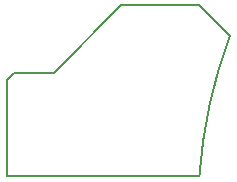
<source format=gko>
G04*
G04 #@! TF.GenerationSoftware,Altium Limited,Altium Designer,23.10.1 (27)*
G04*
G04 Layer_Color=16711935*
%FSLAX25Y25*%
%MOIN*%
G70*
G04*
G04 #@! TF.SameCoordinates,51DF8756-C7FE-4A26-B6EC-ED2339CC954E*
G04*
G04*
G04 #@! TF.FilePolarity,Positive*
G04*
G01*
G75*
%ADD10C,0.00787*%
D10*
X-155538Y58401D02*
G03*
X-165748Y11417I155538J-58401D01*
G01*
X-229921Y11417D02*
Y43701D01*
X-227559Y46063D01*
X-214173D01*
X-229921Y11417D02*
X-165748Y11417D01*
Y68504D02*
X-155709Y58465D01*
X-214173Y46063D02*
X-191732Y68504D01*
X-165748D01*
M02*

</source>
